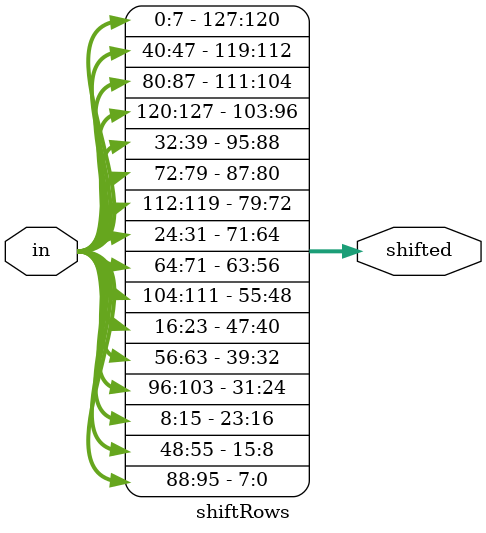
<source format=v>
module shiftRows (in, shifted);
	input [0:127] in;
	output [0:127] shifted;
	assign shifted[0+:8] = in[0+:8];
	assign shifted[32+:8] = in[32+:8];
	assign shifted[64+:8] = in[64+:8];
   assign shifted[96+:8] = in[96+:8];
   assign shifted[8+:8] = in[40+:8];
   assign shifted[40+:8] = in[72+:8];
   assign shifted[72+:8] = in[104+:8];
   assign shifted[104+:8] = in[8+:8];
   assign shifted[16+:8] = in[80+:8];
   assign shifted[48+:8] = in[112+:8];
   assign shifted[80+:8] = in[16+:8];
   assign shifted[112+:8] = in[48+:8];
   assign shifted[24+:8] = in[120+:8];
   assign shifted[56+:8] = in[24+:8];
   assign shifted[88+:8] = in[56+:8];
   assign shifted[120+:8] = in[88+:8];
endmodule
</source>
